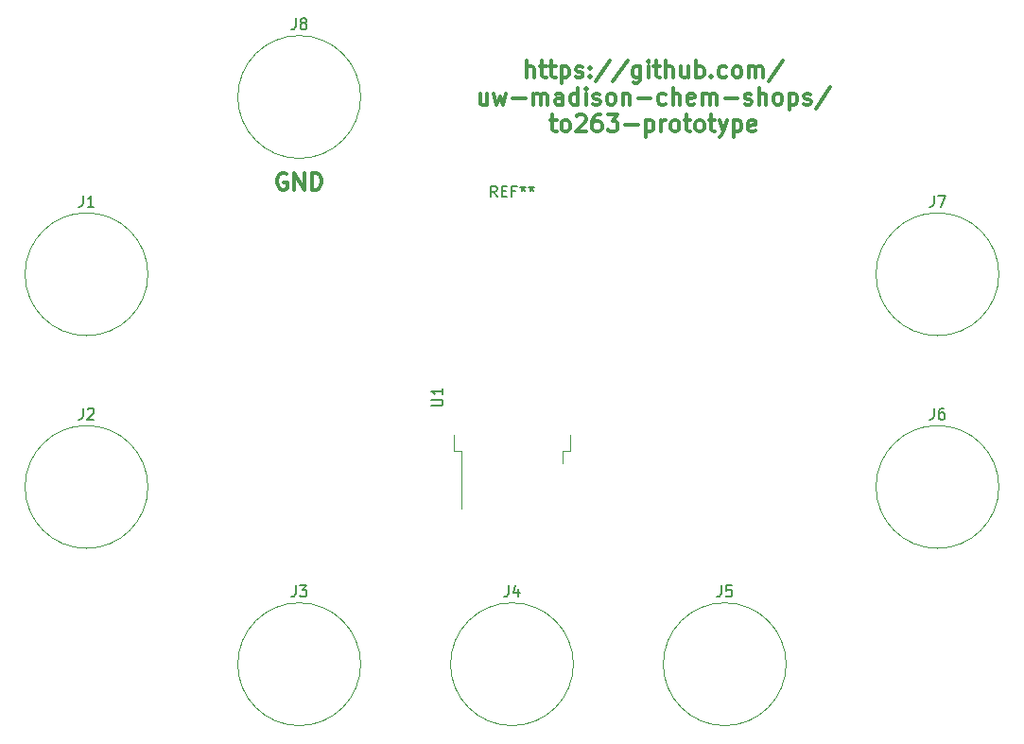
<source format=gbr>
%TF.GenerationSoftware,KiCad,Pcbnew,7.0.9*%
%TF.CreationDate,2023-11-14T16:15:09-06:00*%
%TF.ProjectId,to263-prototype,746f3236-332d-4707-926f-746f74797065,rev?*%
%TF.SameCoordinates,Original*%
%TF.FileFunction,Legend,Top*%
%TF.FilePolarity,Positive*%
%FSLAX46Y46*%
G04 Gerber Fmt 4.6, Leading zero omitted, Abs format (unit mm)*
G04 Created by KiCad (PCBNEW 7.0.9) date 2023-11-14 16:15:09*
%MOMM*%
%LPD*%
G01*
G04 APERTURE LIST*
%ADD10C,0.300000*%
%ADD11C,0.150000*%
%ADD12C,0.120000*%
G04 APERTURE END LIST*
D10*
X90242855Y-49063328D02*
X90242855Y-47563328D01*
X90885713Y-49063328D02*
X90885713Y-48277614D01*
X90885713Y-48277614D02*
X90814284Y-48134757D01*
X90814284Y-48134757D02*
X90671427Y-48063328D01*
X90671427Y-48063328D02*
X90457141Y-48063328D01*
X90457141Y-48063328D02*
X90314284Y-48134757D01*
X90314284Y-48134757D02*
X90242855Y-48206185D01*
X91385713Y-48063328D02*
X91957141Y-48063328D01*
X91599998Y-47563328D02*
X91599998Y-48849042D01*
X91599998Y-48849042D02*
X91671427Y-48991900D01*
X91671427Y-48991900D02*
X91814284Y-49063328D01*
X91814284Y-49063328D02*
X91957141Y-49063328D01*
X92242856Y-48063328D02*
X92814284Y-48063328D01*
X92457141Y-47563328D02*
X92457141Y-48849042D01*
X92457141Y-48849042D02*
X92528570Y-48991900D01*
X92528570Y-48991900D02*
X92671427Y-49063328D01*
X92671427Y-49063328D02*
X92814284Y-49063328D01*
X93314284Y-48063328D02*
X93314284Y-49563328D01*
X93314284Y-48134757D02*
X93457142Y-48063328D01*
X93457142Y-48063328D02*
X93742856Y-48063328D01*
X93742856Y-48063328D02*
X93885713Y-48134757D01*
X93885713Y-48134757D02*
X93957142Y-48206185D01*
X93957142Y-48206185D02*
X94028570Y-48349042D01*
X94028570Y-48349042D02*
X94028570Y-48777614D01*
X94028570Y-48777614D02*
X93957142Y-48920471D01*
X93957142Y-48920471D02*
X93885713Y-48991900D01*
X93885713Y-48991900D02*
X93742856Y-49063328D01*
X93742856Y-49063328D02*
X93457142Y-49063328D01*
X93457142Y-49063328D02*
X93314284Y-48991900D01*
X94599999Y-48991900D02*
X94742856Y-49063328D01*
X94742856Y-49063328D02*
X95028570Y-49063328D01*
X95028570Y-49063328D02*
X95171427Y-48991900D01*
X95171427Y-48991900D02*
X95242856Y-48849042D01*
X95242856Y-48849042D02*
X95242856Y-48777614D01*
X95242856Y-48777614D02*
X95171427Y-48634757D01*
X95171427Y-48634757D02*
X95028570Y-48563328D01*
X95028570Y-48563328D02*
X94814285Y-48563328D01*
X94814285Y-48563328D02*
X94671427Y-48491900D01*
X94671427Y-48491900D02*
X94599999Y-48349042D01*
X94599999Y-48349042D02*
X94599999Y-48277614D01*
X94599999Y-48277614D02*
X94671427Y-48134757D01*
X94671427Y-48134757D02*
X94814285Y-48063328D01*
X94814285Y-48063328D02*
X95028570Y-48063328D01*
X95028570Y-48063328D02*
X95171427Y-48134757D01*
X95885713Y-48920471D02*
X95957142Y-48991900D01*
X95957142Y-48991900D02*
X95885713Y-49063328D01*
X95885713Y-49063328D02*
X95814285Y-48991900D01*
X95814285Y-48991900D02*
X95885713Y-48920471D01*
X95885713Y-48920471D02*
X95885713Y-49063328D01*
X95885713Y-48134757D02*
X95957142Y-48206185D01*
X95957142Y-48206185D02*
X95885713Y-48277614D01*
X95885713Y-48277614D02*
X95814285Y-48206185D01*
X95814285Y-48206185D02*
X95885713Y-48134757D01*
X95885713Y-48134757D02*
X95885713Y-48277614D01*
X97671428Y-47491900D02*
X96385714Y-49420471D01*
X99242857Y-47491900D02*
X97957143Y-49420471D01*
X100385715Y-48063328D02*
X100385715Y-49277614D01*
X100385715Y-49277614D02*
X100314286Y-49420471D01*
X100314286Y-49420471D02*
X100242857Y-49491900D01*
X100242857Y-49491900D02*
X100100000Y-49563328D01*
X100100000Y-49563328D02*
X99885715Y-49563328D01*
X99885715Y-49563328D02*
X99742857Y-49491900D01*
X100385715Y-48991900D02*
X100242857Y-49063328D01*
X100242857Y-49063328D02*
X99957143Y-49063328D01*
X99957143Y-49063328D02*
X99814286Y-48991900D01*
X99814286Y-48991900D02*
X99742857Y-48920471D01*
X99742857Y-48920471D02*
X99671429Y-48777614D01*
X99671429Y-48777614D02*
X99671429Y-48349042D01*
X99671429Y-48349042D02*
X99742857Y-48206185D01*
X99742857Y-48206185D02*
X99814286Y-48134757D01*
X99814286Y-48134757D02*
X99957143Y-48063328D01*
X99957143Y-48063328D02*
X100242857Y-48063328D01*
X100242857Y-48063328D02*
X100385715Y-48134757D01*
X101100000Y-49063328D02*
X101100000Y-48063328D01*
X101100000Y-47563328D02*
X101028572Y-47634757D01*
X101028572Y-47634757D02*
X101100000Y-47706185D01*
X101100000Y-47706185D02*
X101171429Y-47634757D01*
X101171429Y-47634757D02*
X101100000Y-47563328D01*
X101100000Y-47563328D02*
X101100000Y-47706185D01*
X101600001Y-48063328D02*
X102171429Y-48063328D01*
X101814286Y-47563328D02*
X101814286Y-48849042D01*
X101814286Y-48849042D02*
X101885715Y-48991900D01*
X101885715Y-48991900D02*
X102028572Y-49063328D01*
X102028572Y-49063328D02*
X102171429Y-49063328D01*
X102671429Y-49063328D02*
X102671429Y-47563328D01*
X103314287Y-49063328D02*
X103314287Y-48277614D01*
X103314287Y-48277614D02*
X103242858Y-48134757D01*
X103242858Y-48134757D02*
X103100001Y-48063328D01*
X103100001Y-48063328D02*
X102885715Y-48063328D01*
X102885715Y-48063328D02*
X102742858Y-48134757D01*
X102742858Y-48134757D02*
X102671429Y-48206185D01*
X104671430Y-48063328D02*
X104671430Y-49063328D01*
X104028572Y-48063328D02*
X104028572Y-48849042D01*
X104028572Y-48849042D02*
X104100001Y-48991900D01*
X104100001Y-48991900D02*
X104242858Y-49063328D01*
X104242858Y-49063328D02*
X104457144Y-49063328D01*
X104457144Y-49063328D02*
X104600001Y-48991900D01*
X104600001Y-48991900D02*
X104671430Y-48920471D01*
X105385715Y-49063328D02*
X105385715Y-47563328D01*
X105385715Y-48134757D02*
X105528573Y-48063328D01*
X105528573Y-48063328D02*
X105814287Y-48063328D01*
X105814287Y-48063328D02*
X105957144Y-48134757D01*
X105957144Y-48134757D02*
X106028573Y-48206185D01*
X106028573Y-48206185D02*
X106100001Y-48349042D01*
X106100001Y-48349042D02*
X106100001Y-48777614D01*
X106100001Y-48777614D02*
X106028573Y-48920471D01*
X106028573Y-48920471D02*
X105957144Y-48991900D01*
X105957144Y-48991900D02*
X105814287Y-49063328D01*
X105814287Y-49063328D02*
X105528573Y-49063328D01*
X105528573Y-49063328D02*
X105385715Y-48991900D01*
X106742858Y-48920471D02*
X106814287Y-48991900D01*
X106814287Y-48991900D02*
X106742858Y-49063328D01*
X106742858Y-49063328D02*
X106671430Y-48991900D01*
X106671430Y-48991900D02*
X106742858Y-48920471D01*
X106742858Y-48920471D02*
X106742858Y-49063328D01*
X108100002Y-48991900D02*
X107957144Y-49063328D01*
X107957144Y-49063328D02*
X107671430Y-49063328D01*
X107671430Y-49063328D02*
X107528573Y-48991900D01*
X107528573Y-48991900D02*
X107457144Y-48920471D01*
X107457144Y-48920471D02*
X107385716Y-48777614D01*
X107385716Y-48777614D02*
X107385716Y-48349042D01*
X107385716Y-48349042D02*
X107457144Y-48206185D01*
X107457144Y-48206185D02*
X107528573Y-48134757D01*
X107528573Y-48134757D02*
X107671430Y-48063328D01*
X107671430Y-48063328D02*
X107957144Y-48063328D01*
X107957144Y-48063328D02*
X108100002Y-48134757D01*
X108957144Y-49063328D02*
X108814287Y-48991900D01*
X108814287Y-48991900D02*
X108742858Y-48920471D01*
X108742858Y-48920471D02*
X108671430Y-48777614D01*
X108671430Y-48777614D02*
X108671430Y-48349042D01*
X108671430Y-48349042D02*
X108742858Y-48206185D01*
X108742858Y-48206185D02*
X108814287Y-48134757D01*
X108814287Y-48134757D02*
X108957144Y-48063328D01*
X108957144Y-48063328D02*
X109171430Y-48063328D01*
X109171430Y-48063328D02*
X109314287Y-48134757D01*
X109314287Y-48134757D02*
X109385716Y-48206185D01*
X109385716Y-48206185D02*
X109457144Y-48349042D01*
X109457144Y-48349042D02*
X109457144Y-48777614D01*
X109457144Y-48777614D02*
X109385716Y-48920471D01*
X109385716Y-48920471D02*
X109314287Y-48991900D01*
X109314287Y-48991900D02*
X109171430Y-49063328D01*
X109171430Y-49063328D02*
X108957144Y-49063328D01*
X110100001Y-49063328D02*
X110100001Y-48063328D01*
X110100001Y-48206185D02*
X110171430Y-48134757D01*
X110171430Y-48134757D02*
X110314287Y-48063328D01*
X110314287Y-48063328D02*
X110528573Y-48063328D01*
X110528573Y-48063328D02*
X110671430Y-48134757D01*
X110671430Y-48134757D02*
X110742859Y-48277614D01*
X110742859Y-48277614D02*
X110742859Y-49063328D01*
X110742859Y-48277614D02*
X110814287Y-48134757D01*
X110814287Y-48134757D02*
X110957144Y-48063328D01*
X110957144Y-48063328D02*
X111171430Y-48063328D01*
X111171430Y-48063328D02*
X111314287Y-48134757D01*
X111314287Y-48134757D02*
X111385716Y-48277614D01*
X111385716Y-48277614D02*
X111385716Y-49063328D01*
X113171430Y-47491900D02*
X111885716Y-49420471D01*
X86671427Y-50478328D02*
X86671427Y-51478328D01*
X86028569Y-50478328D02*
X86028569Y-51264042D01*
X86028569Y-51264042D02*
X86099998Y-51406900D01*
X86099998Y-51406900D02*
X86242855Y-51478328D01*
X86242855Y-51478328D02*
X86457141Y-51478328D01*
X86457141Y-51478328D02*
X86599998Y-51406900D01*
X86599998Y-51406900D02*
X86671427Y-51335471D01*
X87242855Y-50478328D02*
X87528570Y-51478328D01*
X87528570Y-51478328D02*
X87814284Y-50764042D01*
X87814284Y-50764042D02*
X88099998Y-51478328D01*
X88099998Y-51478328D02*
X88385712Y-50478328D01*
X88957141Y-50906900D02*
X90099999Y-50906900D01*
X90814284Y-51478328D02*
X90814284Y-50478328D01*
X90814284Y-50621185D02*
X90885713Y-50549757D01*
X90885713Y-50549757D02*
X91028570Y-50478328D01*
X91028570Y-50478328D02*
X91242856Y-50478328D01*
X91242856Y-50478328D02*
X91385713Y-50549757D01*
X91385713Y-50549757D02*
X91457142Y-50692614D01*
X91457142Y-50692614D02*
X91457142Y-51478328D01*
X91457142Y-50692614D02*
X91528570Y-50549757D01*
X91528570Y-50549757D02*
X91671427Y-50478328D01*
X91671427Y-50478328D02*
X91885713Y-50478328D01*
X91885713Y-50478328D02*
X92028570Y-50549757D01*
X92028570Y-50549757D02*
X92099999Y-50692614D01*
X92099999Y-50692614D02*
X92099999Y-51478328D01*
X93457142Y-51478328D02*
X93457142Y-50692614D01*
X93457142Y-50692614D02*
X93385713Y-50549757D01*
X93385713Y-50549757D02*
X93242856Y-50478328D01*
X93242856Y-50478328D02*
X92957142Y-50478328D01*
X92957142Y-50478328D02*
X92814284Y-50549757D01*
X93457142Y-51406900D02*
X93314284Y-51478328D01*
X93314284Y-51478328D02*
X92957142Y-51478328D01*
X92957142Y-51478328D02*
X92814284Y-51406900D01*
X92814284Y-51406900D02*
X92742856Y-51264042D01*
X92742856Y-51264042D02*
X92742856Y-51121185D01*
X92742856Y-51121185D02*
X92814284Y-50978328D01*
X92814284Y-50978328D02*
X92957142Y-50906900D01*
X92957142Y-50906900D02*
X93314284Y-50906900D01*
X93314284Y-50906900D02*
X93457142Y-50835471D01*
X94814285Y-51478328D02*
X94814285Y-49978328D01*
X94814285Y-51406900D02*
X94671427Y-51478328D01*
X94671427Y-51478328D02*
X94385713Y-51478328D01*
X94385713Y-51478328D02*
X94242856Y-51406900D01*
X94242856Y-51406900D02*
X94171427Y-51335471D01*
X94171427Y-51335471D02*
X94099999Y-51192614D01*
X94099999Y-51192614D02*
X94099999Y-50764042D01*
X94099999Y-50764042D02*
X94171427Y-50621185D01*
X94171427Y-50621185D02*
X94242856Y-50549757D01*
X94242856Y-50549757D02*
X94385713Y-50478328D01*
X94385713Y-50478328D02*
X94671427Y-50478328D01*
X94671427Y-50478328D02*
X94814285Y-50549757D01*
X95528570Y-51478328D02*
X95528570Y-50478328D01*
X95528570Y-49978328D02*
X95457142Y-50049757D01*
X95457142Y-50049757D02*
X95528570Y-50121185D01*
X95528570Y-50121185D02*
X95599999Y-50049757D01*
X95599999Y-50049757D02*
X95528570Y-49978328D01*
X95528570Y-49978328D02*
X95528570Y-50121185D01*
X96171428Y-51406900D02*
X96314285Y-51478328D01*
X96314285Y-51478328D02*
X96599999Y-51478328D01*
X96599999Y-51478328D02*
X96742856Y-51406900D01*
X96742856Y-51406900D02*
X96814285Y-51264042D01*
X96814285Y-51264042D02*
X96814285Y-51192614D01*
X96814285Y-51192614D02*
X96742856Y-51049757D01*
X96742856Y-51049757D02*
X96599999Y-50978328D01*
X96599999Y-50978328D02*
X96385714Y-50978328D01*
X96385714Y-50978328D02*
X96242856Y-50906900D01*
X96242856Y-50906900D02*
X96171428Y-50764042D01*
X96171428Y-50764042D02*
X96171428Y-50692614D01*
X96171428Y-50692614D02*
X96242856Y-50549757D01*
X96242856Y-50549757D02*
X96385714Y-50478328D01*
X96385714Y-50478328D02*
X96599999Y-50478328D01*
X96599999Y-50478328D02*
X96742856Y-50549757D01*
X97671428Y-51478328D02*
X97528571Y-51406900D01*
X97528571Y-51406900D02*
X97457142Y-51335471D01*
X97457142Y-51335471D02*
X97385714Y-51192614D01*
X97385714Y-51192614D02*
X97385714Y-50764042D01*
X97385714Y-50764042D02*
X97457142Y-50621185D01*
X97457142Y-50621185D02*
X97528571Y-50549757D01*
X97528571Y-50549757D02*
X97671428Y-50478328D01*
X97671428Y-50478328D02*
X97885714Y-50478328D01*
X97885714Y-50478328D02*
X98028571Y-50549757D01*
X98028571Y-50549757D02*
X98100000Y-50621185D01*
X98100000Y-50621185D02*
X98171428Y-50764042D01*
X98171428Y-50764042D02*
X98171428Y-51192614D01*
X98171428Y-51192614D02*
X98100000Y-51335471D01*
X98100000Y-51335471D02*
X98028571Y-51406900D01*
X98028571Y-51406900D02*
X97885714Y-51478328D01*
X97885714Y-51478328D02*
X97671428Y-51478328D01*
X98814285Y-50478328D02*
X98814285Y-51478328D01*
X98814285Y-50621185D02*
X98885714Y-50549757D01*
X98885714Y-50549757D02*
X99028571Y-50478328D01*
X99028571Y-50478328D02*
X99242857Y-50478328D01*
X99242857Y-50478328D02*
X99385714Y-50549757D01*
X99385714Y-50549757D02*
X99457143Y-50692614D01*
X99457143Y-50692614D02*
X99457143Y-51478328D01*
X100171428Y-50906900D02*
X101314286Y-50906900D01*
X102671429Y-51406900D02*
X102528571Y-51478328D01*
X102528571Y-51478328D02*
X102242857Y-51478328D01*
X102242857Y-51478328D02*
X102100000Y-51406900D01*
X102100000Y-51406900D02*
X102028571Y-51335471D01*
X102028571Y-51335471D02*
X101957143Y-51192614D01*
X101957143Y-51192614D02*
X101957143Y-50764042D01*
X101957143Y-50764042D02*
X102028571Y-50621185D01*
X102028571Y-50621185D02*
X102100000Y-50549757D01*
X102100000Y-50549757D02*
X102242857Y-50478328D01*
X102242857Y-50478328D02*
X102528571Y-50478328D01*
X102528571Y-50478328D02*
X102671429Y-50549757D01*
X103314285Y-51478328D02*
X103314285Y-49978328D01*
X103957143Y-51478328D02*
X103957143Y-50692614D01*
X103957143Y-50692614D02*
X103885714Y-50549757D01*
X103885714Y-50549757D02*
X103742857Y-50478328D01*
X103742857Y-50478328D02*
X103528571Y-50478328D01*
X103528571Y-50478328D02*
X103385714Y-50549757D01*
X103385714Y-50549757D02*
X103314285Y-50621185D01*
X105242857Y-51406900D02*
X105100000Y-51478328D01*
X105100000Y-51478328D02*
X104814286Y-51478328D01*
X104814286Y-51478328D02*
X104671428Y-51406900D01*
X104671428Y-51406900D02*
X104600000Y-51264042D01*
X104600000Y-51264042D02*
X104600000Y-50692614D01*
X104600000Y-50692614D02*
X104671428Y-50549757D01*
X104671428Y-50549757D02*
X104814286Y-50478328D01*
X104814286Y-50478328D02*
X105100000Y-50478328D01*
X105100000Y-50478328D02*
X105242857Y-50549757D01*
X105242857Y-50549757D02*
X105314286Y-50692614D01*
X105314286Y-50692614D02*
X105314286Y-50835471D01*
X105314286Y-50835471D02*
X104600000Y-50978328D01*
X105957142Y-51478328D02*
X105957142Y-50478328D01*
X105957142Y-50621185D02*
X106028571Y-50549757D01*
X106028571Y-50549757D02*
X106171428Y-50478328D01*
X106171428Y-50478328D02*
X106385714Y-50478328D01*
X106385714Y-50478328D02*
X106528571Y-50549757D01*
X106528571Y-50549757D02*
X106600000Y-50692614D01*
X106600000Y-50692614D02*
X106600000Y-51478328D01*
X106600000Y-50692614D02*
X106671428Y-50549757D01*
X106671428Y-50549757D02*
X106814285Y-50478328D01*
X106814285Y-50478328D02*
X107028571Y-50478328D01*
X107028571Y-50478328D02*
X107171428Y-50549757D01*
X107171428Y-50549757D02*
X107242857Y-50692614D01*
X107242857Y-50692614D02*
X107242857Y-51478328D01*
X107957142Y-50906900D02*
X109100000Y-50906900D01*
X109742857Y-51406900D02*
X109885714Y-51478328D01*
X109885714Y-51478328D02*
X110171428Y-51478328D01*
X110171428Y-51478328D02*
X110314285Y-51406900D01*
X110314285Y-51406900D02*
X110385714Y-51264042D01*
X110385714Y-51264042D02*
X110385714Y-51192614D01*
X110385714Y-51192614D02*
X110314285Y-51049757D01*
X110314285Y-51049757D02*
X110171428Y-50978328D01*
X110171428Y-50978328D02*
X109957143Y-50978328D01*
X109957143Y-50978328D02*
X109814285Y-50906900D01*
X109814285Y-50906900D02*
X109742857Y-50764042D01*
X109742857Y-50764042D02*
X109742857Y-50692614D01*
X109742857Y-50692614D02*
X109814285Y-50549757D01*
X109814285Y-50549757D02*
X109957143Y-50478328D01*
X109957143Y-50478328D02*
X110171428Y-50478328D01*
X110171428Y-50478328D02*
X110314285Y-50549757D01*
X111028571Y-51478328D02*
X111028571Y-49978328D01*
X111671429Y-51478328D02*
X111671429Y-50692614D01*
X111671429Y-50692614D02*
X111600000Y-50549757D01*
X111600000Y-50549757D02*
X111457143Y-50478328D01*
X111457143Y-50478328D02*
X111242857Y-50478328D01*
X111242857Y-50478328D02*
X111100000Y-50549757D01*
X111100000Y-50549757D02*
X111028571Y-50621185D01*
X112600000Y-51478328D02*
X112457143Y-51406900D01*
X112457143Y-51406900D02*
X112385714Y-51335471D01*
X112385714Y-51335471D02*
X112314286Y-51192614D01*
X112314286Y-51192614D02*
X112314286Y-50764042D01*
X112314286Y-50764042D02*
X112385714Y-50621185D01*
X112385714Y-50621185D02*
X112457143Y-50549757D01*
X112457143Y-50549757D02*
X112600000Y-50478328D01*
X112600000Y-50478328D02*
X112814286Y-50478328D01*
X112814286Y-50478328D02*
X112957143Y-50549757D01*
X112957143Y-50549757D02*
X113028572Y-50621185D01*
X113028572Y-50621185D02*
X113100000Y-50764042D01*
X113100000Y-50764042D02*
X113100000Y-51192614D01*
X113100000Y-51192614D02*
X113028572Y-51335471D01*
X113028572Y-51335471D02*
X112957143Y-51406900D01*
X112957143Y-51406900D02*
X112814286Y-51478328D01*
X112814286Y-51478328D02*
X112600000Y-51478328D01*
X113742857Y-50478328D02*
X113742857Y-51978328D01*
X113742857Y-50549757D02*
X113885715Y-50478328D01*
X113885715Y-50478328D02*
X114171429Y-50478328D01*
X114171429Y-50478328D02*
X114314286Y-50549757D01*
X114314286Y-50549757D02*
X114385715Y-50621185D01*
X114385715Y-50621185D02*
X114457143Y-50764042D01*
X114457143Y-50764042D02*
X114457143Y-51192614D01*
X114457143Y-51192614D02*
X114385715Y-51335471D01*
X114385715Y-51335471D02*
X114314286Y-51406900D01*
X114314286Y-51406900D02*
X114171429Y-51478328D01*
X114171429Y-51478328D02*
X113885715Y-51478328D01*
X113885715Y-51478328D02*
X113742857Y-51406900D01*
X115028572Y-51406900D02*
X115171429Y-51478328D01*
X115171429Y-51478328D02*
X115457143Y-51478328D01*
X115457143Y-51478328D02*
X115600000Y-51406900D01*
X115600000Y-51406900D02*
X115671429Y-51264042D01*
X115671429Y-51264042D02*
X115671429Y-51192614D01*
X115671429Y-51192614D02*
X115600000Y-51049757D01*
X115600000Y-51049757D02*
X115457143Y-50978328D01*
X115457143Y-50978328D02*
X115242858Y-50978328D01*
X115242858Y-50978328D02*
X115100000Y-50906900D01*
X115100000Y-50906900D02*
X115028572Y-50764042D01*
X115028572Y-50764042D02*
X115028572Y-50692614D01*
X115028572Y-50692614D02*
X115100000Y-50549757D01*
X115100000Y-50549757D02*
X115242858Y-50478328D01*
X115242858Y-50478328D02*
X115457143Y-50478328D01*
X115457143Y-50478328D02*
X115600000Y-50549757D01*
X117385715Y-49906900D02*
X116100001Y-51835471D01*
X92314286Y-52893328D02*
X92885714Y-52893328D01*
X92528571Y-52393328D02*
X92528571Y-53679042D01*
X92528571Y-53679042D02*
X92600000Y-53821900D01*
X92600000Y-53821900D02*
X92742857Y-53893328D01*
X92742857Y-53893328D02*
X92885714Y-53893328D01*
X93600000Y-53893328D02*
X93457143Y-53821900D01*
X93457143Y-53821900D02*
X93385714Y-53750471D01*
X93385714Y-53750471D02*
X93314286Y-53607614D01*
X93314286Y-53607614D02*
X93314286Y-53179042D01*
X93314286Y-53179042D02*
X93385714Y-53036185D01*
X93385714Y-53036185D02*
X93457143Y-52964757D01*
X93457143Y-52964757D02*
X93600000Y-52893328D01*
X93600000Y-52893328D02*
X93814286Y-52893328D01*
X93814286Y-52893328D02*
X93957143Y-52964757D01*
X93957143Y-52964757D02*
X94028572Y-53036185D01*
X94028572Y-53036185D02*
X94100000Y-53179042D01*
X94100000Y-53179042D02*
X94100000Y-53607614D01*
X94100000Y-53607614D02*
X94028572Y-53750471D01*
X94028572Y-53750471D02*
X93957143Y-53821900D01*
X93957143Y-53821900D02*
X93814286Y-53893328D01*
X93814286Y-53893328D02*
X93600000Y-53893328D01*
X94671429Y-52536185D02*
X94742857Y-52464757D01*
X94742857Y-52464757D02*
X94885715Y-52393328D01*
X94885715Y-52393328D02*
X95242857Y-52393328D01*
X95242857Y-52393328D02*
X95385715Y-52464757D01*
X95385715Y-52464757D02*
X95457143Y-52536185D01*
X95457143Y-52536185D02*
X95528572Y-52679042D01*
X95528572Y-52679042D02*
X95528572Y-52821900D01*
X95528572Y-52821900D02*
X95457143Y-53036185D01*
X95457143Y-53036185D02*
X94600000Y-53893328D01*
X94600000Y-53893328D02*
X95528572Y-53893328D01*
X96814286Y-52393328D02*
X96528571Y-52393328D01*
X96528571Y-52393328D02*
X96385714Y-52464757D01*
X96385714Y-52464757D02*
X96314286Y-52536185D01*
X96314286Y-52536185D02*
X96171428Y-52750471D01*
X96171428Y-52750471D02*
X96100000Y-53036185D01*
X96100000Y-53036185D02*
X96100000Y-53607614D01*
X96100000Y-53607614D02*
X96171428Y-53750471D01*
X96171428Y-53750471D02*
X96242857Y-53821900D01*
X96242857Y-53821900D02*
X96385714Y-53893328D01*
X96385714Y-53893328D02*
X96671428Y-53893328D01*
X96671428Y-53893328D02*
X96814286Y-53821900D01*
X96814286Y-53821900D02*
X96885714Y-53750471D01*
X96885714Y-53750471D02*
X96957143Y-53607614D01*
X96957143Y-53607614D02*
X96957143Y-53250471D01*
X96957143Y-53250471D02*
X96885714Y-53107614D01*
X96885714Y-53107614D02*
X96814286Y-53036185D01*
X96814286Y-53036185D02*
X96671428Y-52964757D01*
X96671428Y-52964757D02*
X96385714Y-52964757D01*
X96385714Y-52964757D02*
X96242857Y-53036185D01*
X96242857Y-53036185D02*
X96171428Y-53107614D01*
X96171428Y-53107614D02*
X96100000Y-53250471D01*
X97457142Y-52393328D02*
X98385714Y-52393328D01*
X98385714Y-52393328D02*
X97885714Y-52964757D01*
X97885714Y-52964757D02*
X98099999Y-52964757D01*
X98099999Y-52964757D02*
X98242857Y-53036185D01*
X98242857Y-53036185D02*
X98314285Y-53107614D01*
X98314285Y-53107614D02*
X98385714Y-53250471D01*
X98385714Y-53250471D02*
X98385714Y-53607614D01*
X98385714Y-53607614D02*
X98314285Y-53750471D01*
X98314285Y-53750471D02*
X98242857Y-53821900D01*
X98242857Y-53821900D02*
X98099999Y-53893328D01*
X98099999Y-53893328D02*
X97671428Y-53893328D01*
X97671428Y-53893328D02*
X97528571Y-53821900D01*
X97528571Y-53821900D02*
X97457142Y-53750471D01*
X99028570Y-53321900D02*
X100171428Y-53321900D01*
X100885713Y-52893328D02*
X100885713Y-54393328D01*
X100885713Y-52964757D02*
X101028571Y-52893328D01*
X101028571Y-52893328D02*
X101314285Y-52893328D01*
X101314285Y-52893328D02*
X101457142Y-52964757D01*
X101457142Y-52964757D02*
X101528571Y-53036185D01*
X101528571Y-53036185D02*
X101599999Y-53179042D01*
X101599999Y-53179042D02*
X101599999Y-53607614D01*
X101599999Y-53607614D02*
X101528571Y-53750471D01*
X101528571Y-53750471D02*
X101457142Y-53821900D01*
X101457142Y-53821900D02*
X101314285Y-53893328D01*
X101314285Y-53893328D02*
X101028571Y-53893328D01*
X101028571Y-53893328D02*
X100885713Y-53821900D01*
X102242856Y-53893328D02*
X102242856Y-52893328D01*
X102242856Y-53179042D02*
X102314285Y-53036185D01*
X102314285Y-53036185D02*
X102385714Y-52964757D01*
X102385714Y-52964757D02*
X102528571Y-52893328D01*
X102528571Y-52893328D02*
X102671428Y-52893328D01*
X103385713Y-53893328D02*
X103242856Y-53821900D01*
X103242856Y-53821900D02*
X103171427Y-53750471D01*
X103171427Y-53750471D02*
X103099999Y-53607614D01*
X103099999Y-53607614D02*
X103099999Y-53179042D01*
X103099999Y-53179042D02*
X103171427Y-53036185D01*
X103171427Y-53036185D02*
X103242856Y-52964757D01*
X103242856Y-52964757D02*
X103385713Y-52893328D01*
X103385713Y-52893328D02*
X103599999Y-52893328D01*
X103599999Y-52893328D02*
X103742856Y-52964757D01*
X103742856Y-52964757D02*
X103814285Y-53036185D01*
X103814285Y-53036185D02*
X103885713Y-53179042D01*
X103885713Y-53179042D02*
X103885713Y-53607614D01*
X103885713Y-53607614D02*
X103814285Y-53750471D01*
X103814285Y-53750471D02*
X103742856Y-53821900D01*
X103742856Y-53821900D02*
X103599999Y-53893328D01*
X103599999Y-53893328D02*
X103385713Y-53893328D01*
X104314285Y-52893328D02*
X104885713Y-52893328D01*
X104528570Y-52393328D02*
X104528570Y-53679042D01*
X104528570Y-53679042D02*
X104599999Y-53821900D01*
X104599999Y-53821900D02*
X104742856Y-53893328D01*
X104742856Y-53893328D02*
X104885713Y-53893328D01*
X105599999Y-53893328D02*
X105457142Y-53821900D01*
X105457142Y-53821900D02*
X105385713Y-53750471D01*
X105385713Y-53750471D02*
X105314285Y-53607614D01*
X105314285Y-53607614D02*
X105314285Y-53179042D01*
X105314285Y-53179042D02*
X105385713Y-53036185D01*
X105385713Y-53036185D02*
X105457142Y-52964757D01*
X105457142Y-52964757D02*
X105599999Y-52893328D01*
X105599999Y-52893328D02*
X105814285Y-52893328D01*
X105814285Y-52893328D02*
X105957142Y-52964757D01*
X105957142Y-52964757D02*
X106028571Y-53036185D01*
X106028571Y-53036185D02*
X106099999Y-53179042D01*
X106099999Y-53179042D02*
X106099999Y-53607614D01*
X106099999Y-53607614D02*
X106028571Y-53750471D01*
X106028571Y-53750471D02*
X105957142Y-53821900D01*
X105957142Y-53821900D02*
X105814285Y-53893328D01*
X105814285Y-53893328D02*
X105599999Y-53893328D01*
X106528571Y-52893328D02*
X107099999Y-52893328D01*
X106742856Y-52393328D02*
X106742856Y-53679042D01*
X106742856Y-53679042D02*
X106814285Y-53821900D01*
X106814285Y-53821900D02*
X106957142Y-53893328D01*
X106957142Y-53893328D02*
X107099999Y-53893328D01*
X107457142Y-52893328D02*
X107814285Y-53893328D01*
X108171428Y-52893328D02*
X107814285Y-53893328D01*
X107814285Y-53893328D02*
X107671428Y-54250471D01*
X107671428Y-54250471D02*
X107599999Y-54321900D01*
X107599999Y-54321900D02*
X107457142Y-54393328D01*
X108742856Y-52893328D02*
X108742856Y-54393328D01*
X108742856Y-52964757D02*
X108885714Y-52893328D01*
X108885714Y-52893328D02*
X109171428Y-52893328D01*
X109171428Y-52893328D02*
X109314285Y-52964757D01*
X109314285Y-52964757D02*
X109385714Y-53036185D01*
X109385714Y-53036185D02*
X109457142Y-53179042D01*
X109457142Y-53179042D02*
X109457142Y-53607614D01*
X109457142Y-53607614D02*
X109385714Y-53750471D01*
X109385714Y-53750471D02*
X109314285Y-53821900D01*
X109314285Y-53821900D02*
X109171428Y-53893328D01*
X109171428Y-53893328D02*
X108885714Y-53893328D01*
X108885714Y-53893328D02*
X108742856Y-53821900D01*
X110671428Y-53821900D02*
X110528571Y-53893328D01*
X110528571Y-53893328D02*
X110242857Y-53893328D01*
X110242857Y-53893328D02*
X110099999Y-53821900D01*
X110099999Y-53821900D02*
X110028571Y-53679042D01*
X110028571Y-53679042D02*
X110028571Y-53107614D01*
X110028571Y-53107614D02*
X110099999Y-52964757D01*
X110099999Y-52964757D02*
X110242857Y-52893328D01*
X110242857Y-52893328D02*
X110528571Y-52893328D01*
X110528571Y-52893328D02*
X110671428Y-52964757D01*
X110671428Y-52964757D02*
X110742857Y-53107614D01*
X110742857Y-53107614D02*
X110742857Y-53250471D01*
X110742857Y-53250471D02*
X110028571Y-53393328D01*
X68707143Y-57669757D02*
X68564286Y-57598328D01*
X68564286Y-57598328D02*
X68350000Y-57598328D01*
X68350000Y-57598328D02*
X68135714Y-57669757D01*
X68135714Y-57669757D02*
X67992857Y-57812614D01*
X67992857Y-57812614D02*
X67921428Y-57955471D01*
X67921428Y-57955471D02*
X67850000Y-58241185D01*
X67850000Y-58241185D02*
X67850000Y-58455471D01*
X67850000Y-58455471D02*
X67921428Y-58741185D01*
X67921428Y-58741185D02*
X67992857Y-58884042D01*
X67992857Y-58884042D02*
X68135714Y-59026900D01*
X68135714Y-59026900D02*
X68350000Y-59098328D01*
X68350000Y-59098328D02*
X68492857Y-59098328D01*
X68492857Y-59098328D02*
X68707143Y-59026900D01*
X68707143Y-59026900D02*
X68778571Y-58955471D01*
X68778571Y-58955471D02*
X68778571Y-58455471D01*
X68778571Y-58455471D02*
X68492857Y-58455471D01*
X69421428Y-59098328D02*
X69421428Y-57598328D01*
X69421428Y-57598328D02*
X70278571Y-59098328D01*
X70278571Y-59098328D02*
X70278571Y-57598328D01*
X70992857Y-59098328D02*
X70992857Y-57598328D01*
X70992857Y-57598328D02*
X71350000Y-57598328D01*
X71350000Y-57598328D02*
X71564286Y-57669757D01*
X71564286Y-57669757D02*
X71707143Y-57812614D01*
X71707143Y-57812614D02*
X71778572Y-57955471D01*
X71778572Y-57955471D02*
X71850000Y-58241185D01*
X71850000Y-58241185D02*
X71850000Y-58455471D01*
X71850000Y-58455471D02*
X71778572Y-58741185D01*
X71778572Y-58741185D02*
X71707143Y-58884042D01*
X71707143Y-58884042D02*
X71564286Y-59026900D01*
X71564286Y-59026900D02*
X71350000Y-59098328D01*
X71350000Y-59098328D02*
X70992857Y-59098328D01*
D11*
X69516666Y-43754819D02*
X69516666Y-44469104D01*
X69516666Y-44469104D02*
X69469047Y-44611961D01*
X69469047Y-44611961D02*
X69373809Y-44707200D01*
X69373809Y-44707200D02*
X69230952Y-44754819D01*
X69230952Y-44754819D02*
X69135714Y-44754819D01*
X70135714Y-44183390D02*
X70040476Y-44135771D01*
X70040476Y-44135771D02*
X69992857Y-44088152D01*
X69992857Y-44088152D02*
X69945238Y-43992914D01*
X69945238Y-43992914D02*
X69945238Y-43945295D01*
X69945238Y-43945295D02*
X69992857Y-43850057D01*
X69992857Y-43850057D02*
X70040476Y-43802438D01*
X70040476Y-43802438D02*
X70135714Y-43754819D01*
X70135714Y-43754819D02*
X70326190Y-43754819D01*
X70326190Y-43754819D02*
X70421428Y-43802438D01*
X70421428Y-43802438D02*
X70469047Y-43850057D01*
X70469047Y-43850057D02*
X70516666Y-43945295D01*
X70516666Y-43945295D02*
X70516666Y-43992914D01*
X70516666Y-43992914D02*
X70469047Y-44088152D01*
X70469047Y-44088152D02*
X70421428Y-44135771D01*
X70421428Y-44135771D02*
X70326190Y-44183390D01*
X70326190Y-44183390D02*
X70135714Y-44183390D01*
X70135714Y-44183390D02*
X70040476Y-44231009D01*
X70040476Y-44231009D02*
X69992857Y-44278628D01*
X69992857Y-44278628D02*
X69945238Y-44373866D01*
X69945238Y-44373866D02*
X69945238Y-44564342D01*
X69945238Y-44564342D02*
X69992857Y-44659580D01*
X69992857Y-44659580D02*
X70040476Y-44707200D01*
X70040476Y-44707200D02*
X70135714Y-44754819D01*
X70135714Y-44754819D02*
X70326190Y-44754819D01*
X70326190Y-44754819D02*
X70421428Y-44707200D01*
X70421428Y-44707200D02*
X70469047Y-44659580D01*
X70469047Y-44659580D02*
X70516666Y-44564342D01*
X70516666Y-44564342D02*
X70516666Y-44373866D01*
X70516666Y-44373866D02*
X70469047Y-44278628D01*
X70469047Y-44278628D02*
X70421428Y-44231009D01*
X70421428Y-44231009D02*
X70326190Y-44183390D01*
X87566666Y-59754819D02*
X87233333Y-59278628D01*
X86995238Y-59754819D02*
X86995238Y-58754819D01*
X86995238Y-58754819D02*
X87376190Y-58754819D01*
X87376190Y-58754819D02*
X87471428Y-58802438D01*
X87471428Y-58802438D02*
X87519047Y-58850057D01*
X87519047Y-58850057D02*
X87566666Y-58945295D01*
X87566666Y-58945295D02*
X87566666Y-59088152D01*
X87566666Y-59088152D02*
X87519047Y-59183390D01*
X87519047Y-59183390D02*
X87471428Y-59231009D01*
X87471428Y-59231009D02*
X87376190Y-59278628D01*
X87376190Y-59278628D02*
X86995238Y-59278628D01*
X87995238Y-59231009D02*
X88328571Y-59231009D01*
X88471428Y-59754819D02*
X87995238Y-59754819D01*
X87995238Y-59754819D02*
X87995238Y-58754819D01*
X87995238Y-58754819D02*
X88471428Y-58754819D01*
X89233333Y-59231009D02*
X88900000Y-59231009D01*
X88900000Y-59754819D02*
X88900000Y-58754819D01*
X88900000Y-58754819D02*
X89376190Y-58754819D01*
X89900000Y-58754819D02*
X89900000Y-58992914D01*
X89661905Y-58897676D02*
X89900000Y-58992914D01*
X89900000Y-58992914D02*
X90138095Y-58897676D01*
X89757143Y-59183390D02*
X89900000Y-58992914D01*
X89900000Y-58992914D02*
X90042857Y-59183390D01*
X90661905Y-58754819D02*
X90661905Y-58992914D01*
X90423810Y-58897676D02*
X90661905Y-58992914D01*
X90661905Y-58992914D02*
X90900000Y-58897676D01*
X90519048Y-59183390D02*
X90661905Y-58992914D01*
X90661905Y-58992914D02*
X90804762Y-59183390D01*
X88566666Y-94554819D02*
X88566666Y-95269104D01*
X88566666Y-95269104D02*
X88519047Y-95411961D01*
X88519047Y-95411961D02*
X88423809Y-95507200D01*
X88423809Y-95507200D02*
X88280952Y-95554819D01*
X88280952Y-95554819D02*
X88185714Y-95554819D01*
X89471428Y-94888152D02*
X89471428Y-95554819D01*
X89233333Y-94507200D02*
X88995238Y-95221485D01*
X88995238Y-95221485D02*
X89614285Y-95221485D01*
X50466666Y-59629819D02*
X50466666Y-60344104D01*
X50466666Y-60344104D02*
X50419047Y-60486961D01*
X50419047Y-60486961D02*
X50323809Y-60582200D01*
X50323809Y-60582200D02*
X50180952Y-60629819D01*
X50180952Y-60629819D02*
X50085714Y-60629819D01*
X51466666Y-60629819D02*
X50895238Y-60629819D01*
X51180952Y-60629819D02*
X51180952Y-59629819D01*
X51180952Y-59629819D02*
X51085714Y-59772676D01*
X51085714Y-59772676D02*
X50990476Y-59867914D01*
X50990476Y-59867914D02*
X50895238Y-59915533D01*
X69516666Y-94554819D02*
X69516666Y-95269104D01*
X69516666Y-95269104D02*
X69469047Y-95411961D01*
X69469047Y-95411961D02*
X69373809Y-95507200D01*
X69373809Y-95507200D02*
X69230952Y-95554819D01*
X69230952Y-95554819D02*
X69135714Y-95554819D01*
X69897619Y-94554819D02*
X70516666Y-94554819D01*
X70516666Y-94554819D02*
X70183333Y-94935771D01*
X70183333Y-94935771D02*
X70326190Y-94935771D01*
X70326190Y-94935771D02*
X70421428Y-94983390D01*
X70421428Y-94983390D02*
X70469047Y-95031009D01*
X70469047Y-95031009D02*
X70516666Y-95126247D01*
X70516666Y-95126247D02*
X70516666Y-95364342D01*
X70516666Y-95364342D02*
X70469047Y-95459580D01*
X70469047Y-95459580D02*
X70421428Y-95507200D01*
X70421428Y-95507200D02*
X70326190Y-95554819D01*
X70326190Y-95554819D02*
X70040476Y-95554819D01*
X70040476Y-95554819D02*
X69945238Y-95507200D01*
X69945238Y-95507200D02*
X69897619Y-95459580D01*
X126666666Y-78679819D02*
X126666666Y-79394104D01*
X126666666Y-79394104D02*
X126619047Y-79536961D01*
X126619047Y-79536961D02*
X126523809Y-79632200D01*
X126523809Y-79632200D02*
X126380952Y-79679819D01*
X126380952Y-79679819D02*
X126285714Y-79679819D01*
X127571428Y-78679819D02*
X127380952Y-78679819D01*
X127380952Y-78679819D02*
X127285714Y-78727438D01*
X127285714Y-78727438D02*
X127238095Y-78775057D01*
X127238095Y-78775057D02*
X127142857Y-78917914D01*
X127142857Y-78917914D02*
X127095238Y-79108390D01*
X127095238Y-79108390D02*
X127095238Y-79489342D01*
X127095238Y-79489342D02*
X127142857Y-79584580D01*
X127142857Y-79584580D02*
X127190476Y-79632200D01*
X127190476Y-79632200D02*
X127285714Y-79679819D01*
X127285714Y-79679819D02*
X127476190Y-79679819D01*
X127476190Y-79679819D02*
X127571428Y-79632200D01*
X127571428Y-79632200D02*
X127619047Y-79584580D01*
X127619047Y-79584580D02*
X127666666Y-79489342D01*
X127666666Y-79489342D02*
X127666666Y-79251247D01*
X127666666Y-79251247D02*
X127619047Y-79156009D01*
X127619047Y-79156009D02*
X127571428Y-79108390D01*
X127571428Y-79108390D02*
X127476190Y-79060771D01*
X127476190Y-79060771D02*
X127285714Y-79060771D01*
X127285714Y-79060771D02*
X127190476Y-79108390D01*
X127190476Y-79108390D02*
X127142857Y-79156009D01*
X127142857Y-79156009D02*
X127095238Y-79251247D01*
X107616666Y-94554819D02*
X107616666Y-95269104D01*
X107616666Y-95269104D02*
X107569047Y-95411961D01*
X107569047Y-95411961D02*
X107473809Y-95507200D01*
X107473809Y-95507200D02*
X107330952Y-95554819D01*
X107330952Y-95554819D02*
X107235714Y-95554819D01*
X108569047Y-94554819D02*
X108092857Y-94554819D01*
X108092857Y-94554819D02*
X108045238Y-95031009D01*
X108045238Y-95031009D02*
X108092857Y-94983390D01*
X108092857Y-94983390D02*
X108188095Y-94935771D01*
X108188095Y-94935771D02*
X108426190Y-94935771D01*
X108426190Y-94935771D02*
X108521428Y-94983390D01*
X108521428Y-94983390D02*
X108569047Y-95031009D01*
X108569047Y-95031009D02*
X108616666Y-95126247D01*
X108616666Y-95126247D02*
X108616666Y-95364342D01*
X108616666Y-95364342D02*
X108569047Y-95459580D01*
X108569047Y-95459580D02*
X108521428Y-95507200D01*
X108521428Y-95507200D02*
X108426190Y-95554819D01*
X108426190Y-95554819D02*
X108188095Y-95554819D01*
X108188095Y-95554819D02*
X108092857Y-95507200D01*
X108092857Y-95507200D02*
X108045238Y-95459580D01*
X50466666Y-78679819D02*
X50466666Y-79394104D01*
X50466666Y-79394104D02*
X50419047Y-79536961D01*
X50419047Y-79536961D02*
X50323809Y-79632200D01*
X50323809Y-79632200D02*
X50180952Y-79679819D01*
X50180952Y-79679819D02*
X50085714Y-79679819D01*
X50895238Y-78775057D02*
X50942857Y-78727438D01*
X50942857Y-78727438D02*
X51038095Y-78679819D01*
X51038095Y-78679819D02*
X51276190Y-78679819D01*
X51276190Y-78679819D02*
X51371428Y-78727438D01*
X51371428Y-78727438D02*
X51419047Y-78775057D01*
X51419047Y-78775057D02*
X51466666Y-78870295D01*
X51466666Y-78870295D02*
X51466666Y-78965533D01*
X51466666Y-78965533D02*
X51419047Y-79108390D01*
X51419047Y-79108390D02*
X50847619Y-79679819D01*
X50847619Y-79679819D02*
X51466666Y-79679819D01*
X126666666Y-59629819D02*
X126666666Y-60344104D01*
X126666666Y-60344104D02*
X126619047Y-60486961D01*
X126619047Y-60486961D02*
X126523809Y-60582200D01*
X126523809Y-60582200D02*
X126380952Y-60629819D01*
X126380952Y-60629819D02*
X126285714Y-60629819D01*
X127047619Y-59629819D02*
X127714285Y-59629819D01*
X127714285Y-59629819D02*
X127285714Y-60629819D01*
X81704819Y-78461904D02*
X82514342Y-78461904D01*
X82514342Y-78461904D02*
X82609580Y-78414285D01*
X82609580Y-78414285D02*
X82657200Y-78366666D01*
X82657200Y-78366666D02*
X82704819Y-78271428D01*
X82704819Y-78271428D02*
X82704819Y-78080952D01*
X82704819Y-78080952D02*
X82657200Y-77985714D01*
X82657200Y-77985714D02*
X82609580Y-77938095D01*
X82609580Y-77938095D02*
X82514342Y-77890476D01*
X82514342Y-77890476D02*
X81704819Y-77890476D01*
X82704819Y-76890476D02*
X82704819Y-77461904D01*
X82704819Y-77176190D02*
X81704819Y-77176190D01*
X81704819Y-77176190D02*
X81847676Y-77271428D01*
X81847676Y-77271428D02*
X81942914Y-77366666D01*
X81942914Y-77366666D02*
X81990533Y-77461904D01*
D12*
%TO.C,J8*%
X75350000Y-50800000D02*
G75*
G03*
X75350000Y-50800000I-5500000J0D01*
G01*
%TO.C,J4*%
X94400000Y-101600000D02*
G75*
G03*
X94400000Y-101600000I-5500000J0D01*
G01*
%TO.C,J1*%
X56300000Y-66675000D02*
G75*
G03*
X56300000Y-66675000I-5500000J0D01*
G01*
%TO.C,J3*%
X75350000Y-101600000D02*
G75*
G03*
X75350000Y-101600000I-5500000J0D01*
G01*
%TO.C,J6*%
X132500000Y-85725000D02*
G75*
G03*
X132500000Y-85725000I-5500000J0D01*
G01*
%TO.C,J5*%
X113450000Y-101600000D02*
G75*
G03*
X113450000Y-101600000I-5500000J0D01*
G01*
%TO.C,J2*%
X56300000Y-85725000D02*
G75*
G03*
X56300000Y-85725000I-5500000J0D01*
G01*
%TO.C,J7*%
X132500000Y-66675000D02*
G75*
G03*
X132500000Y-66675000I-5500000J0D01*
G01*
%TO.C,U1*%
X83700000Y-82525000D02*
X84390000Y-82525000D01*
X84390000Y-82525000D02*
X84390000Y-87650000D01*
X93410000Y-82525000D02*
X93410000Y-83625000D01*
X94100000Y-82525000D02*
X93410000Y-82525000D01*
X83700000Y-81025000D02*
X83700000Y-82525000D01*
X94100000Y-81025000D02*
X94100000Y-82525000D01*
%TD*%
M02*

</source>
